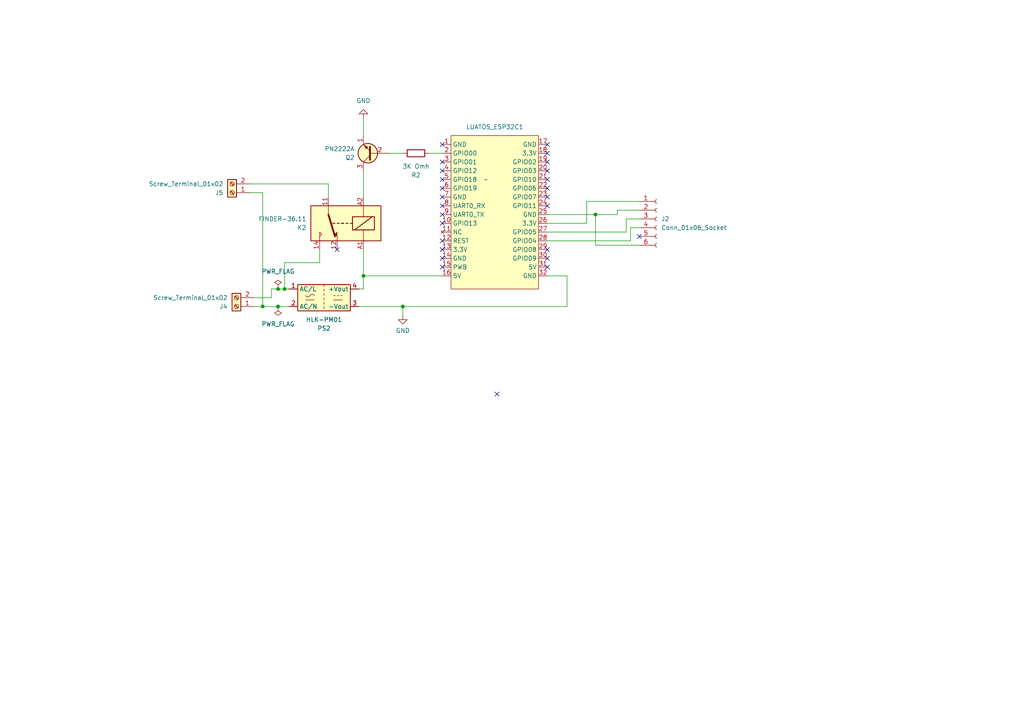
<source format=kicad_sch>
(kicad_sch (version 20230121) (generator eeschema)
  (paper "A4")
  (lib_symbols
    (symbol "Connector:Conn_01x06_Socket" (pin_names (offset 1.016) hide)
      (property "Reference" "J" (at 0 7.62 0))
      (property "Value" "Conn_01x06_Socket" (at 0 -10.16 0))
      (symbol "Conn_01x06_Socket_1_1"
        (arc (start 0 -7.112) (mid -0.5058 -7.62) (end 0 -8.128) (stroke (width 0.1524)))
        (arc (start 0 -4.572) (mid -0.5058 -5.08) (end 0 -5.588) (stroke (width 0.1524)))
        (arc (start 0 -2.032) (mid -0.5058 -2.54) (end 0 -3.048) (stroke (width 0.1524)))
        (polyline (pts (xy -1.27 -7.62) (xy -0.508 -7.62)) (stroke (width 0.1524)))
        (polyline (pts (xy -1.27 -5.08) (xy -0.508 -5.08)) (stroke (width 0.1524)))
        (polyline (pts (xy -1.27 -2.54) (xy -0.508 -2.54)) (stroke (width 0.1524)))
        (polyline (pts (xy -1.27 0) (xy -0.508 0)) (stroke (width 0.1524)))
        (polyline (pts (xy -1.27 2.54) (xy -0.508 2.54)) (stroke (width 0.1524)))
        (polyline (pts (xy -1.27 5.08) (xy -0.508 5.08)) (stroke (width 0.1524)))
        (arc (start 0 0.508) (mid -0.5058 0) (end 0 -0.508) (stroke (width 0.1524)))
        (arc (start 0 3.048) (mid -0.5058 2.54) (end 0 2.032) (stroke (width 0.1524)))
        (arc (start 0 5.588) (mid -0.5058 5.08) (end 0 4.572) (stroke (width 0.1524)))
        (pin passive line (at -5.08 5.08 0) (length 3.81) (name "Pin_1") (number "1"))
        (pin passive line (at -5.08 2.54 0) (length 3.81) (name "Pin_2") (number "2"))
        (pin passive line (at -5.08 0 0) (length 3.81) (name "Pin_3") (number "3"))
        (pin passive line (at -5.08 -2.54 0) (length 3.81) (name "Pin_4") (number "4"))
        (pin passive line (at -5.08 -5.08 0) (length 3.81) (name "Pin_5") (number "5"))
        (pin passive line (at -5.08 -7.62 0) (length 3.81) (name "Pin_6") (number "6"))
      )
    )
    (symbol "Connector:Screw_Terminal_01x02" (pin_names (offset 1.016) hide)
      (property "Reference" "J" (at 0 2.54 0))
      (property "Value" "Screw_Terminal_01x02" (at 0 -5.08 0))
      (symbol "Screw_Terminal_01x02_1_1"
        (rectangle (start -1.27 1.27) (end 1.27 -3.81) (stroke (width 0.254)) (fill (type background)))
        (circle (center 0 -2.54) (radius 0.635) (stroke (width 0.1524)))
        (polyline (pts (xy -0.5334 -2.2098) (xy 0.3302 -3.048)) (stroke (width 0.1524)))
        (polyline (pts (xy -0.5334 0.3302) (xy 0.3302 -0.508)) (stroke (width 0.1524)))
        (polyline (pts (xy -0.3556 -2.032) (xy 0.508 -2.8702)) (stroke (width 0.1524)))
        (polyline (pts (xy -0.3556 0.508) (xy 0.508 -0.3302)) (stroke (width 0.1524)))
        (circle (center 0 0) (radius 0.635) (stroke (width 0.1524)))
        (pin passive line (at -5.08 0 0) (length 3.81) (name "Pin_1") (number "1"))
        (pin passive line (at -5.08 -2.54 0) (length 3.81) (name "Pin_2") (number "2"))
      )
    )
    (symbol "Converter_ACDC:HLK-PM01"
      (property "Reference" "PS" (at 0 5.08 0))
      (property "Value" "HLK-PM01" (at 0 -5.08 0))
      (symbol "HLK-PM01_0_1"
        (rectangle (start -7.62 3.81) (end 7.62 -3.81) (stroke (width 0.254)) (fill (type background)))
        (arc (start -5.334 0.635) (mid -4.699 0.2495) (end -4.064 0.635))
        (arc (start -2.794 0.635) (mid -3.429 1.0072) (end -4.064 0.635))
        (polyline (pts (xy -5.334 -0.635) (xy -2.794 -0.635)))
        (polyline (pts (xy 0 -2.54) (xy 0 -3.175)))
        (polyline (pts (xy 0 -1.27) (xy 0 -1.905)))
        (polyline (pts (xy 0 0) (xy 0 -0.635)))
        (polyline (pts (xy 0 1.27) (xy 0 0.635)))
        (polyline (pts (xy 0 2.54) (xy 0 1.905)))
        (polyline (pts (xy 0 3.81) (xy 0 3.175)))
        (polyline (pts (xy 2.794 -0.635) (xy 5.334 -0.635)))
        (polyline (pts (xy 2.794 0.635) (xy 3.302 0.635)))
        (polyline (pts (xy 3.81 0.635) (xy 4.318 0.635)))
        (polyline (pts (xy 4.826 0.635) (xy 5.334 0.635)))
      )
      (symbol "HLK-PM01_1_1"
        (pin power_in line (at -10.16 2.54 0) (length 2.54) (name "AC/L") (number "1"))
        (pin power_in line (at -10.16 -2.54 0) (length 2.54) (name "AC/N") (number "2"))
        (pin power_out line (at 10.16 -2.54 180) (length 2.54) (name "-Vout") (number "3"))
        (pin power_out line (at 10.16 2.54 180) (length 2.54) (name "+Vout") (number "4"))
      )
    )
    (symbol "Device:R" (pin_numbers hide) (pin_names (offset 0))
      (property "Reference" "R" (at 2.032 0 90))
      (property "Value" "R" (at 0 0 90))
      (symbol "R_0_1"
        (rectangle (start -1.016 -2.54) (end 1.016 2.54) (stroke (width 0.254)))
      )
      (symbol "R_1_1"
        (pin passive line (at 0 3.81 270) (length 1.27) (name "~") (number "1"))
        (pin passive line (at 0 -3.81 90) (length 1.27) (name "~") (number "2"))
      )
    )
    (symbol "Espressif_modules:luatos_esp32c3"
      (property "Reference" "LUATOS_ESP32C3" (at 2.54 -8.89 90))
      (symbol "luatos_esp32c3_1_1"
        (rectangle (start -10.16 12.7) (end 15.24 -31.75) (fill (type background)))
        (pin power_out line (at -12.7 10.16 0) (length 2.54) (name "GND") (number "1"))
        (pin bidirectional line (at -12.7 -12.7 0) (length 2.54) (name "GPIO13") (number "10"))
        (pin no_connect line (at -12.7 -15.24 0) (length 2.54) (name "NC") (number "11"))
        (pin input line (at -12.7 -17.78 0) (length 2.54) (name "REST") (number "12"))
        (pin power_out line (at -12.7 -20.32 0) (length 2.54) (name "3.3V") (number "13"))
        (pin power_out line (at -12.7 -22.86 0) (length 2.54) (name "GND") (number "14"))
        (pin input line (at -12.7 -25.4 0) (length 2.54) (name "PWB") (number "15"))
        (pin power_in line (at -12.7 -27.94 0) (length 2.54) (name "5V") (number "16"))
        (pin power_out line (at 17.78 10.16 180) (length 2.54) (name "GND") (number "17"))
        (pin power_out line (at 17.78 7.62 180) (length 2.54) (name "3.3V") (number "18"))
        (pin bidirectional line (at 17.78 5.08 180) (length 2.54) (name "GPIO02") (number "19"))
        (pin bidirectional line (at -12.7 7.62 0) (length 2.54) (name "GPIO00") (number "2"))
        (pin bidirectional line (at 17.78 2.54 180) (length 2.54) (name "GPIO03") (number "20"))
        (pin bidirectional line (at 17.78 0 180) (length 2.54) (name "GPIO10") (number "21"))
        (pin bidirectional line (at 17.78 -2.54 180) (length 2.54) (name "GPIO06") (number "22"))
        (pin bidirectional line (at 17.78 -5.08 180) (length 2.54) (name "GPIO07") (number "23"))
        (pin bidirectional line (at 17.78 -7.62 180) (length 2.54) (name "GPIO11") (number "24"))
        (pin power_out line (at 17.78 -10.16 180) (length 2.54) (name "GND") (number "25"))
        (pin power_out line (at 17.78 -12.7 180) (length 2.54) (name "3.3V") (number "26"))
        (pin bidirectional line (at 17.78 -15.24 180) (length 2.54) (name "GPIO05") (number "27"))
        (pin bidirectional line (at 17.78 -17.78 180) (length 2.54) (name "GPIO04") (number "28"))
        (pin bidirectional line (at 17.78 -20.32 180) (length 2.54) (name "GPIO08") (number "29"))
        (pin bidirectional line (at -12.7 5.08 0) (length 2.54) (name "GPIO01") (number "3"))
        (pin bidirectional line (at 17.78 -22.86 180) (length 2.54) (name "GPIO09") (number "30"))
        (pin power_out line (at 17.78 -25.4 180) (length 2.54) (name "5V") (number "31"))
        (pin power_in line (at 17.78 -27.94 180) (length 2.54) (name "GND") (number "32"))
        (pin bidirectional line (at -12.7 2.54 0) (length 2.54) (name "GPIO12") (number "4"))
        (pin bidirectional line (at -12.7 0 0) (length 2.54) (name "GPIO18") (number "5"))
        (pin bidirectional line (at -12.7 -2.54 0) (length 2.54) (name "GPIO19") (number "6"))
        (pin power_out line (at -12.7 -5.08 0) (length 2.54) (name "GND") (number "7"))
        (pin input line (at -12.7 -7.62 0) (length 2.54) (name "UART0_RX") (number "8"))
        (pin output line (at -12.7 -10.16 0) (length 2.54) (name "UART0_TX") (number "9"))
      )
    )
    (symbol "PCM_Transistor_BJT_AKL:PN2222A" (pin_names hide)
      (property "Reference" "Q" (at 5.08 1.27 0))
      (property "Value" "PN2222A" (at 5.08 -1.27 0))
      (symbol "PN2222A_0_1"
        (polyline (pts (xy 0.635 0.635) (xy 2.54 2.54)))
        (polyline (pts (xy 0.635 -0.635) (xy 2.54 -2.54) (xy 2.54 -2.54)))
        (polyline (pts (xy 0.635 1.905) (xy 0.635 -1.905) (xy 0.635 -1.905)) (stroke (width 0.508)))
        (polyline (pts (xy 1.27 -1.778) (xy 1.778 -1.27) (xy 2.286 -2.286) (xy 1.27 -1.778) (xy 1.27 -1.778)) (fill (type outline)))
        (circle (center 1.27 0) (radius 2.8194) (stroke (width 0.254)) (fill (type background)))
      )
      (symbol "PN2222A_1_1"
        (pin passive line (at 2.54 -5.08 90) (length 2.54) (name "E") (number "1"))
        (pin passive line (at -5.08 0 0) (length 5.715) (name "B") (number "2"))
        (pin passive line (at 2.54 5.08 270) (length 2.54) (name "C") (number "3"))
      )
    )
    (symbol "Relay:FINDER-36.11"
      (property "Reference" "K" (at 11.43 3.81 0))
      (property "Value" "FINDER-36.11" (at 11.43 1.27 0))
      (symbol "FINDER-36.11_0_0"
        (polyline (pts (xy 2.54 3.81) (xy 2.54 5.08)))
        (polyline (pts (xy 7.62 3.81) (xy 7.62 5.08)))
        (polyline (pts (xy 7.62 3.81) (xy 7.62 2.54) (xy 6.985 3.175) (xy 7.62 3.81)))
      )
      (symbol "FINDER-36.11_0_1"
        (rectangle (start -10.16 5.08) (end 10.16 -5.08) (stroke (width 0.254)) (fill (type background)))
        (rectangle (start -8.255 1.905) (end -1.905 -1.905) (stroke (width 0.254)))
        (polyline (pts (xy -7.62 -1.905) (xy -2.54 1.905)) (stroke (width 0.254)))
        (polyline (pts (xy -5.08 -5.08) (xy -5.08 -1.905)))
        (polyline (pts (xy -5.08 5.08) (xy -5.08 1.905)))
        (polyline (pts (xy -1.905 0) (xy -1.27 0)) (stroke (width 0.254)))
        (polyline (pts (xy -0.635 0) (xy 0 0)) (stroke (width 0.254)))
        (polyline (pts (xy 0.635 0) (xy 1.27 0)) (stroke (width 0.254)))
        (polyline (pts (xy 0.635 0) (xy 1.27 0)) (stroke (width 0.254)))
        (polyline (pts (xy 1.905 0) (xy 2.54 0)) (stroke (width 0.254)))
        (polyline (pts (xy 3.175 0) (xy 3.81 0)) (stroke (width 0.254)))
        (polyline (pts (xy 5.08 -2.54) (xy 3.175 3.81)) (stroke (width 0.508)))
        (polyline (pts (xy 5.08 -2.54) (xy 5.08 -5.08)))
        (polyline (pts (xy 2.54 2.54) (xy 3.175 3.175) (xy 2.54 3.81)) (fill (type outline)))
      )
      (symbol "FINDER-36.11_1_1"
        (pin passive line (at 5.08 -7.62 90) (length 2.54) (name "~") (number "11"))
        (pin passive line (at 2.54 7.62 270) (length 2.54) (name "~") (number "12"))
        (pin passive line (at 7.62 7.62 270) (length 2.54) (name "~") (number "14"))
        (pin passive line (at -5.08 7.62 270) (length 2.54) (name "~") (number "A1"))
        (pin passive line (at -5.08 -7.62 90) (length 2.54) (name "~") (number "A2"))
      )
    )
    (symbol "power:GND" (power) (pin_names (offset 0))
      (property "Value" "GND" (at 0 -3.81 0))
      (symbol "GND_0_1"
        (polyline (pts (xy 0 0) (xy 0 -1.27) (xy 1.27 -1.27) (xy 0 -2.54) (xy -1.27 -1.27) (xy 0 -1.27)))
      )
      (symbol "GND_1_1"
        (pin power_in line (at 0 0 270) (length 0) hide (name "GND") (number "1"))
      )
    )
    (symbol "power:PWR_FLAG" (power) (pin_numbers hide) (pin_names (offset 0) hide)
      (property "Value" "PWR_FLAG" (at 0 3.81 0))
      (symbol "PWR_FLAG_0_0"
        (pin power_out line (at 0 0 90) (length 0) (name "pwr") (number "1"))
      )
      (symbol "PWR_FLAG_0_1"
        (polyline (pts (xy 0 0) (xy 0 1.27) (xy -1.016 1.905) (xy 0 2.54) (xy 1.016 1.905) (xy 0 1.27)))
      )
    )
  )
  (junction (at 116.84 88.9))
  (junction (at 172.72 62.23))
  (junction (at 76.2 88.9))
  (junction (at 105.41 80.01))
  (junction (at 80.645 88.9))
  (junction (at 80.645 83.82))
  (junction (at 82.55 83.82))
  (no_connect (at 128.27 72.39))
  (no_connect (at 128.27 49.53))
  (no_connect (at 158.75 46.99))
  (no_connect (at 158.75 72.39))
  (no_connect (at 158.75 49.53))
  (no_connect (at 128.27 64.77))
  (no_connect (at 128.27 77.47))
  (no_connect (at 97.79 72.39))
  (no_connect (at 128.27 52.07))
  (no_connect (at 158.75 77.47))
  (no_connect (at 128.27 59.69))
  (no_connect (at 158.75 41.91))
  (no_connect (at 158.75 74.93))
  (no_connect (at 158.75 57.15))
  (no_connect (at 128.27 62.23))
  (no_connect (at 128.27 41.91))
  (no_connect (at 158.75 44.45))
  (no_connect (at 158.75 59.69))
  (no_connect (at 128.27 69.85))
  (no_connect (at 128.27 74.93))
  (no_connect (at 128.27 57.15))
  (no_connect (at 158.75 52.07))
  (no_connect (at 128.27 46.99))
  (no_connect (at 158.75 54.61))
  (no_connect (at 144.145 114.3))
  (no_connect (at 185.42 68.58))
  (no_connect (at 128.27 54.61))
  (wire (pts (xy 170.18 58.42) (xy 185.42 58.42)))
  (wire (pts (xy 82.55 83.82) (xy 80.645 83.82)))
  (wire (pts (xy 181.61 63.5) (xy 185.42 63.5)))
  (wire (pts (xy 116.84 88.9) (xy 104.14 88.9)))
  (wire (pts (xy 82.55 76.2) (xy 92.71 76.2)))
  (wire (pts (xy 179.07 62.23) (xy 179.07 60.96)))
  (wire (pts (xy 116.84 88.9) (xy 116.84 91.44)))
  (wire (pts (xy 105.41 83.82) (xy 105.41 80.01)))
  (wire (pts (xy 124.46 44.45) (xy 128.27 44.45)))
  (wire (pts (xy 78.74 83.82) (xy 78.74 86.36)))
  (wire (pts (xy 105.41 83.82) (xy 104.14 83.82)))
  (wire (pts (xy 80.645 83.82) (xy 78.74 83.82)))
  (wire (pts (xy 95.25 57.15) (xy 95.25 53.34)))
  (wire (pts (xy 172.72 62.23) (xy 179.07 62.23)))
  (wire (pts (xy 164.465 88.9) (xy 116.84 88.9)))
  (wire (pts (xy 164.465 80.01) (xy 164.465 88.9)))
  (wire (pts (xy 105.41 57.15) (xy 105.41 49.53)))
  (wire (pts (xy 105.41 80.01) (xy 105.41 72.39)))
  (wire (pts (xy 105.41 39.37) (xy 105.41 34.29)))
  (wire (pts (xy 182.88 66.04) (xy 185.42 66.04)))
  (wire (pts (xy 83.82 83.82) (xy 82.55 83.82)))
  (wire (pts (xy 72.39 55.88) (xy 76.2 55.88)))
  (wire (pts (xy 182.88 69.85) (xy 182.88 66.04)))
  (wire (pts (xy 76.2 88.9) (xy 73.66 88.9)))
  (wire (pts (xy 92.71 76.2) (xy 92.71 72.39)))
  (wire (pts (xy 158.75 80.01) (xy 164.465 80.01)))
  (wire (pts (xy 78.74 86.36) (xy 73.66 86.36)))
  (wire (pts (xy 158.75 62.23) (xy 172.72 62.23)))
  (wire (pts (xy 80.645 88.9) (xy 76.2 88.9)))
  (wire (pts (xy 82.55 83.82) (xy 82.55 76.2)))
  (wire (pts (xy 76.2 55.88) (xy 76.2 88.9)))
  (wire (pts (xy 95.25 53.34) (xy 72.39 53.34)))
  (wire (pts (xy 181.61 67.31) (xy 181.61 63.5)))
  (wire (pts (xy 158.75 69.85) (xy 182.88 69.85)))
  (wire (pts (xy 172.72 71.12) (xy 172.72 62.23)))
  (wire (pts (xy 83.82 88.9) (xy 80.645 88.9)))
  (wire (pts (xy 170.18 64.77) (xy 170.18 58.42)))
  (wire (pts (xy 179.07 60.96) (xy 185.42 60.96)))
  (wire (pts (xy 105.41 80.01) (xy 128.27 80.01)))
  (wire (pts (xy 158.75 64.77) (xy 170.18 64.77)))
  (wire (pts (xy 116.84 44.45) (xy 113.03 44.45)))
  (wire (pts (xy 158.75 67.31) (xy 181.61 67.31)))
  (wire (pts (xy 185.42 71.12) (xy 172.72 71.12)))
  (symbol (lib_id "Connector:Screw_Terminal_01x02") (at 68.58 88.9 180) (unit 1)
    (property "Reference" "J4" (at 66.04 88.9 0) (effects (justify left)))
    (property "Value" "Screw_Terminal_01x02" (at 66.04 86.36 0) (effects (justify left)))
    (property "Footprint" "TerminalBlock:TerminalBlock_Altech_AK300-2_P5.00mm" (effects hide))
  )
  (symbol (lib_id "Espressif_modules:luatos_esp32c3") (at 140.97 52.07 0) (unit 1)
    (property "Reference" "LUATOS_ESP32C1" (at 143.51 36.83 0))
    (property "Value" "~" (at 140.97 52.07 0))
    (property "Footprint" "Espressif_modules:luatos_esp32c3" (effects hide))
  )
  (symbol (lib_id "Converter_ACDC:HLK-PM01") (at 93.98 86.36 0) (unit 1)
    (property "Reference" "PS2" (at 93.98 95.25 0))
    (property "Value" "HLK-PM01" (at 93.98 92.71 0))
    (property "Footprint" "Converter_ACDC:Converter_ACDC_HiLink_HLK-PMxx" (effects hide))
    (property "Datasheet" "http://www.hlktech.net/product_detail.php?ProId=54" (effects hide))
  )
  (symbol (lib_id "power:PWR_FLAG") (at 80.645 88.9 180) (unit 1)
    (property "Reference" "#FLG02" (effects hide))
    (property "Value" "PWR_FLAG" (at 80.645 93.98 0))
  )
  (symbol (lib_id "power:GND") (at 105.41 34.29 180) (unit 1)
    (property "Reference" "#PWR04" (effects hide))
    (property "Value" "GND" (at 105.41 29.21 0))
  )
  (symbol (lib_id "Connector:Conn_01x06_Socket") (at 190.5 63.5 0) (unit 1)
    (property "Reference" "J2" (at 191.77 63.5 0) (effects (justify left)))
    (property "Value" "Conn_01x06_Socket" (at 191.77 66.04 0) (effects (justify left)))
    (property "Footprint" "Connector_PinSocket_1.27mm:PinSocket_1x06_P1.27mm_Vertical" (effects hide))
  )
  (symbol (lib_id "Relay:FINDER-36.11") (at 100.33 64.77 180) (unit 1)
    (property "Reference" "K2" (at 88.9 66.04 0) (effects (justify left)))
    (property "Value" "FINDER-36.11" (at 88.9 63.5 0) (effects (justify left)))
    (property "Footprint" "Relay_THT:Relay_SPDT_Finder_36.11" (effects hide))
    (property "Datasheet" "https://gfinder.findernet.com/public/attachments/36/EN/S36EN.pdf" (effects hide))
  )
  (symbol (lib_id "PCM_Transistor_BJT_AKL:PN2222A") (at 107.95 44.45 180) (unit 1)
    (property "Reference" "Q2" (at 102.87 45.72 0) (effects (justify left)))
    (property "Value" "PN2222A" (at 102.87 43.18 0) (effects (justify left)))
    (property "Footprint" "Package_TO_SOT_THT:TO-92_HandSolder" (effects hide))
    (property "Datasheet" "https://www.tme.eu/Document/6fc4d4bda1f7e53502c9939019a00d3f/PN2222ABU.pdf" (effects hide))
  )
  (symbol (lib_id "power:GND") (at 116.84 91.44 0) (unit 1)
    (property "Reference" "#PWR03" (effects hide))
    (property "Value" "GND" (at 116.84 95.885 0))
  )
  (symbol (lib_id "power:PWR_FLAG") (at 80.645 83.82 0) (unit 1)
    (property "Reference" "#FLG01" (effects hide))
    (property "Value" "PWR_FLAG" (at 80.645 78.74 0))
  )
  (symbol (lib_id "Connector:Screw_Terminal_01x02") (at 67.31 55.88 180) (unit 1)
    (property "Reference" "J5" (at 64.77 55.88 0) (effects (justify left)))
    (property "Value" "Screw_Terminal_01x02" (at 64.77 53.34 0) (effects (justify left)))
    (property "Footprint" "TerminalBlock:TerminalBlock_Altech_AK300-2_P5.00mm" (effects hide))
  )
  (symbol (lib_id "Device:R") (at 120.65 44.45 270) (unit 1)
    (property "Reference" "R2" (at 120.65 50.8 90))
    (property "Value" "3K Omh" (at 120.65 48.26 90))
    (property "Footprint" "Resistor_THT:R_Axial_DIN0207_L6.3mm_D2.5mm_P10.16mm_Horizontal" (effects hide))
  )
)
</source>
